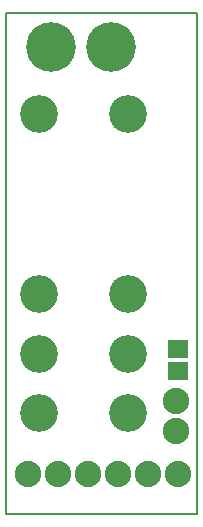
<source format=gbr>
G04 DipTrace 2.4.0.2*
%INtopmask.gbr*%
%MOIN*%
%ADD11C,0.006*%
%ADD27C,0.1655*%
%ADD31C,0.1261*%
%ADD33R,0.0671X0.0592*%
%ADD35C,0.088*%
%FSLAX44Y44*%
G04*
G70*
G90*
G75*
G01*
%LNTopMask*%
%LPD*%
D35*
X4690Y5253D3*
X5690D3*
X6690D3*
X7690D3*
X8690D3*
X9690D3*
X9628Y6690D3*
Y7690D3*
D33*
X9690Y8692D3*
Y9440D3*
D31*
X8001Y17252D3*
X5049D3*
X8001Y11244D3*
Y9260D3*
Y7275D3*
X5049Y11244D3*
Y9260D3*
Y7275D3*
D27*
X5440Y19504D3*
X7440D3*
%LNBoardOutline*%
X3940Y3940D2*
D11*
X10316D1*
Y20629D1*
X3940D1*
Y3940D1*
M02*

</source>
